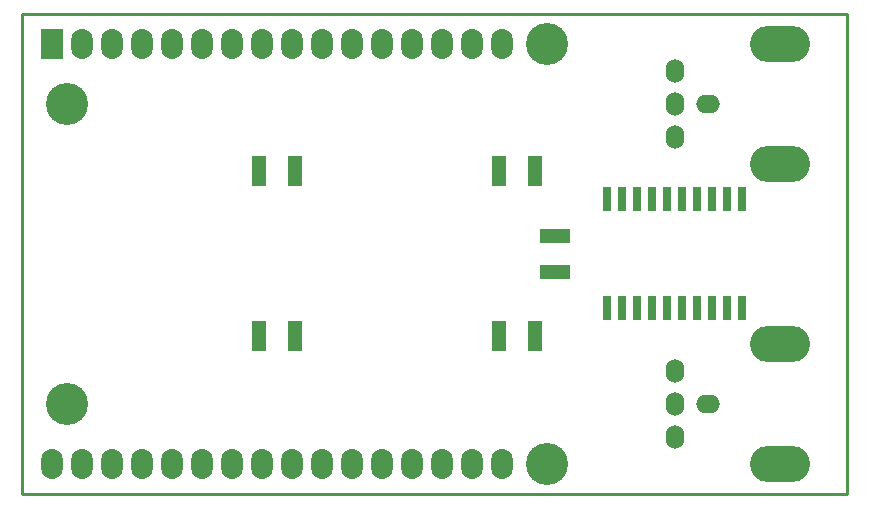
<source format=gbs>
G04 #@! TF.GenerationSoftware,KiCad,Pcbnew,no-vcs-found-6223534~58~ubuntu16.04.1*
G04 #@! TF.CreationDate,2017-03-08T16:15:12-05:00*
G04 #@! TF.ProjectId,optical_switch_interface_3x2,6F70746963616C5F7377697463685F69,1.0*
G04 #@! TF.FileFunction,Soldermask,Bot*
G04 #@! TF.FilePolarity,Negative*
%FSLAX46Y46*%
G04 Gerber Fmt 4.6, Leading zero omitted, Abs format (unit mm)*
G04 Created by KiCad (PCBNEW no-vcs-found-6223534~58~ubuntu16.04.1) date Wed Mar  8 16:15:12 2017*
%MOMM*%
%LPD*%
G01*
G04 APERTURE LIST*
%ADD10C,0.100000*%
%ADD11C,0.228600*%
%ADD12O,1.854200X2.540000*%
%ADD13R,1.854200X2.540000*%
%ADD14C,3.556000*%
%ADD15R,2.540000X1.270000*%
%ADD16O,5.080000X3.048000*%
%ADD17O,2.032000X1.524000*%
%ADD18O,1.524000X2.032000*%
%ADD19R,1.270000X2.540000*%
%ADD20R,0.740000X2.140000*%
G04 APERTURE END LIST*
D10*
D11*
X155575000Y-68580000D02*
X85725000Y-68580000D01*
X155575000Y-109220000D02*
X155575000Y-68580000D01*
X85725000Y-109220000D02*
X155575000Y-109220000D01*
X85725000Y-68580000D02*
X85725000Y-109220000D01*
D12*
X90805000Y-71120000D03*
X93345000Y-71120000D03*
D13*
X88265000Y-71120000D03*
D12*
X95885000Y-71120000D03*
X98425000Y-71120000D03*
X100965000Y-71120000D03*
X103505000Y-71120000D03*
X106045000Y-71120000D03*
X108585000Y-71120000D03*
X111125000Y-71120000D03*
X113665000Y-71120000D03*
X116205000Y-71120000D03*
X118745000Y-71120000D03*
X121285000Y-71120000D03*
X123825000Y-71120000D03*
X126365000Y-71120000D03*
X126365000Y-106680000D03*
X123825000Y-106680000D03*
X121285000Y-106680000D03*
X118745000Y-106680000D03*
X116205000Y-106680000D03*
X113665000Y-106680000D03*
X111125000Y-106680000D03*
X108585000Y-106680000D03*
X106045000Y-106680000D03*
X103505000Y-106680000D03*
X100965000Y-106680000D03*
X98425000Y-106680000D03*
X95885000Y-106680000D03*
X93345000Y-106680000D03*
X90805000Y-106680000D03*
X88265000Y-106680000D03*
D14*
X89535000Y-76200000D03*
X89535000Y-101600000D03*
X130175000Y-106680000D03*
X130175000Y-71120000D03*
D15*
X130810000Y-90424000D03*
X130810000Y-87376000D03*
D16*
X149860000Y-71120000D03*
X149860000Y-81280000D03*
D17*
X143764000Y-76200000D03*
D18*
X140970000Y-76200000D03*
X140970000Y-78994000D03*
X140970000Y-73406000D03*
X140970000Y-98806000D03*
X140970000Y-104394000D03*
X140970000Y-101600000D03*
D17*
X143764000Y-101600000D03*
D16*
X149860000Y-106680000D03*
X149860000Y-96520000D03*
D19*
X105791000Y-81915000D03*
X108839000Y-81915000D03*
X129159000Y-81915000D03*
X126111000Y-81915000D03*
X105791000Y-95885000D03*
X108839000Y-95885000D03*
X129159000Y-95885000D03*
X126111000Y-95885000D03*
D20*
X135255000Y-93550000D03*
X136525000Y-93550000D03*
X137795000Y-93550000D03*
X139065000Y-93550000D03*
X140335000Y-93550000D03*
X141605000Y-93550000D03*
X142875000Y-93550000D03*
X144145000Y-93550000D03*
X145415000Y-93550000D03*
X146685000Y-93550000D03*
X146685000Y-84250000D03*
X145415000Y-84250000D03*
X144145000Y-84250000D03*
X142875000Y-84250000D03*
X141605000Y-84250000D03*
X140335000Y-84250000D03*
X139065000Y-84250000D03*
X137795000Y-84250000D03*
X136525000Y-84250000D03*
X135255000Y-84250000D03*
M02*

</source>
